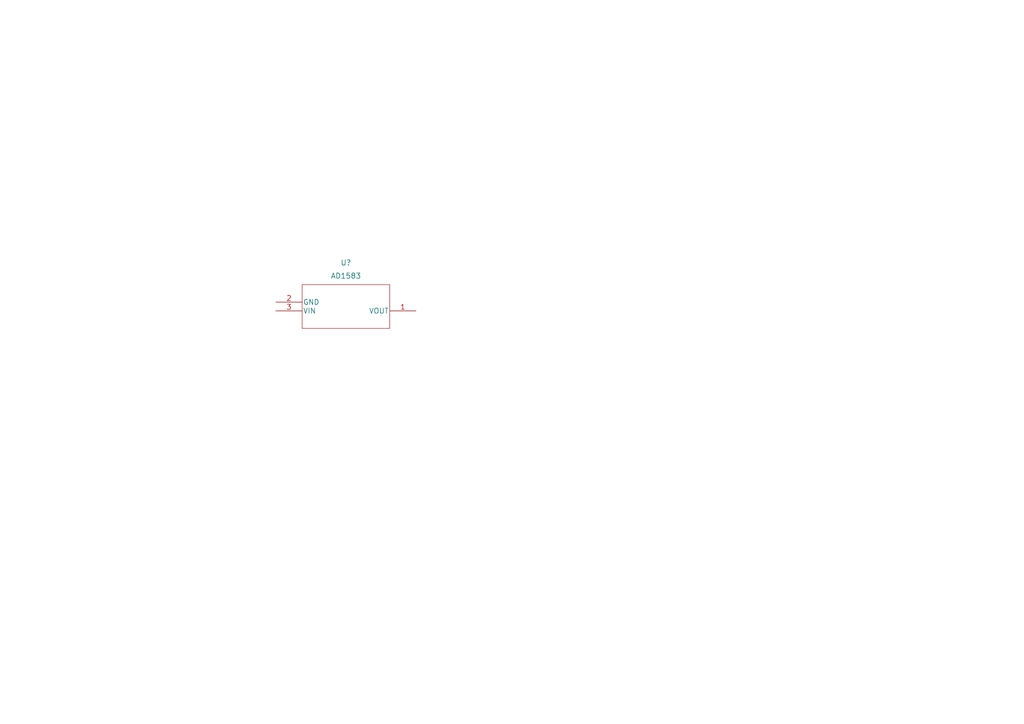
<source format=kicad_sch>
(kicad_sch (version 20211123) (generator eeschema)
  (paper "A4")
  (lib_symbols
    (symbol "CapstoneLibrary:AD1583" (pin_names (offset 0.254))
      (property "Reference" "U" (at 20.32 10.16 0))
      (property "Value" "AD1583" (at 20.32 7.62 0))
      (symbol "AD1583_1_1"
        (polyline (pts (xy 7.62 -7.62) (xy 33.02 -7.62)) (stroke (width 0.127)))
        (polyline (pts (xy 7.62 5.08) (xy 7.62 -7.62)) (stroke (width 0.127)))
        (polyline (pts (xy 33.02 -7.62) (xy 33.02 5.08)) (stroke (width 0.127)))
        (polyline (pts (xy 33.02 5.08) (xy 7.62 5.08)) (stroke (width 0.127)))
        (pin unspecified line (at 0 0 0) (length 7.62) (name "VOUT") (number "1"))
        (pin unspecified line (at 40.64 -2.54 180) (length 7.62) (name "GND") (number "2"))
        (pin unspecified line (at 40.64 0 180) (length 7.62) (name "VIN") (number "3"))
      )
    )
  )
  (symbol (lib_id "CapstoneLibrary:AD1583") (at 120.65 90.17 180) (unit 1)
    (property "Reference" "U?" (at 100.33 76.2 0) (effects (font (size 1.524 1.524))))
    (property "Value" "AD1583" (at 100.33 80.01 0) (effects (font (size 1.524 1.524))))
    (property "Footprint" "CapstoneLibrary:AD1583ARTZ-Reel7" (effects hide))
  )
)
</source>
